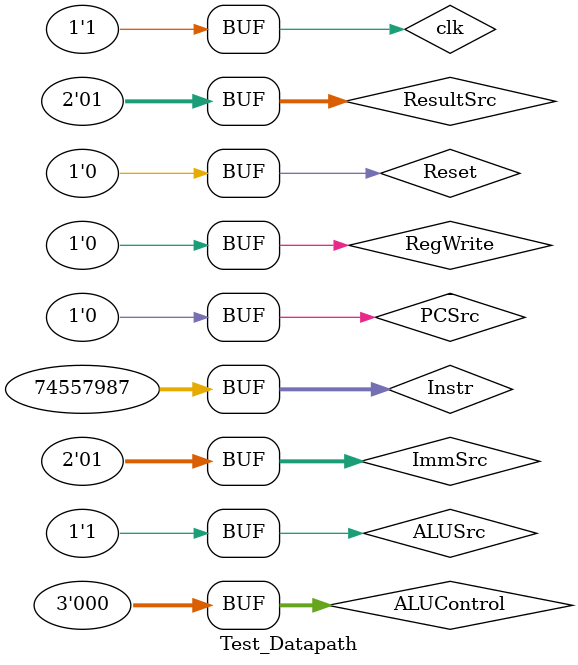
<source format=sv>
`timescale 1ns / 1ps


module Test_Datapath();

logic [31:0]PC;
logic clk;
logic Reset;
logic [31:0] Instr;
logic PCSrc; 
logic [1:0]ResultSrc; 
logic ALUSrc; 
logic [1:0]ImmSrc; 
logic RegWrite; 
logic [2:0]ALUControl; 
logic [31:0] WriteData; 
logic [31:0] ReadData; 
logic zero_flag;
logic [31:0] ALUResult;
logic [31:0] Final_Result;
logic [2:0] DataSrc;

Datapath DUT(.Reset(Reset), .clk(clk), .Instr(Instr), .PCSrc(PCSrc), .ResultSrc(ResultSrc), .ALUSrc(ALUSrc),
             .ImmSrc(ImmSrc), .RegWrite(RegWrite), .ALUControl(ALUControl), 
             .PC(PC), .WriteData(WriteData), .ReadData(ReadData), .zero_flag(zero_flag), 
             .ALUResult(ALUResult), .Final_Result(Final_Result), .DataSrc(DataSrc));

always begin
clk = 0;#5;
clk = 1;#5;
end

initial begin
#12;
Reset = 1; #10;
Reset = 0;
Instr = 32'h0471AA23; PCSrc = 1'b0; ResultSrc = 2'b01; ALUSrc = 1'b1; ImmSrc = 2'b01; RegWrite = 1'b0; ALUControl = 3'b000;  

//------------------------------PC Reset Passed-----------------------------------------------//
//------------------------------sw Instruction Passed---------------------------------------//


end

endmodule

</source>
